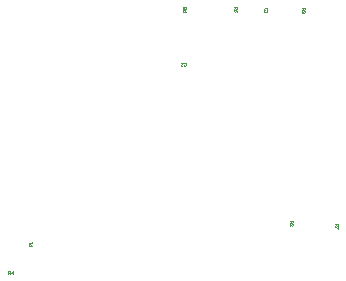
<source format=gbr>
%TF.GenerationSoftware,Altium Limited,Altium Designer,24.10.1 (45)*%
G04 Layer_Color=32768*
%FSLAX45Y45*%
%MOMM*%
%TF.SameCoordinates,B7086401-7AB7-4448-8119-44CCD126B3FB*%
%TF.FilePolarity,Positive*%
%TF.FileFunction,Other,Top_Designator*%
%TF.Part,Single*%
G01*
G75*
%TA.AperFunction,NonConductor*%
%ADD44C,0.03825*%
D44*
X6387795Y7623473D02*
X6362803D01*
Y7635969D01*
X6366969Y7640135D01*
X6375299D01*
X6379465Y7635969D01*
Y7623473D01*
Y7631804D02*
X6387795Y7640135D01*
X6362803Y7665126D02*
Y7648465D01*
X6375299D01*
X6371134Y7656796D01*
Y7660961D01*
X6375299Y7665126D01*
X6383630D01*
X6387795Y7660961D01*
Y7652631D01*
X6383630Y7648465D01*
X6366765Y7171869D02*
X6370930Y7167704D01*
X6379260D01*
X6383426Y7171869D01*
Y7188530D01*
X6379260Y7192696D01*
X6370930D01*
X6366765Y7188530D01*
X6341773Y7192696D02*
X6358434D01*
X6341773Y7176034D01*
Y7171869D01*
X6345938Y7167704D01*
X6354268D01*
X6358434Y7171869D01*
X4881273Y5403504D02*
Y5428496D01*
X4893769D01*
X4897934Y5424331D01*
Y5416000D01*
X4893769Y5411835D01*
X4881273D01*
X4889604D02*
X4897934Y5403504D01*
X4918761D02*
Y5428496D01*
X4906265Y5416000D01*
X4922926D01*
X5079695Y5640639D02*
X5054704D01*
Y5653135D01*
X5058869Y5657300D01*
X5067199D01*
X5071365Y5653135D01*
Y5640639D01*
Y5648969D02*
X5079695Y5657300D01*
Y5665631D02*
Y5673961D01*
Y5669796D01*
X5054704D01*
X5058869Y5665631D01*
X6794604Y7665126D02*
X6819595D01*
Y7652630D01*
X6815430Y7648465D01*
X6807100D01*
X6802934Y7652630D01*
Y7665126D01*
Y7656795D02*
X6794604Y7648465D01*
X6819595Y7623473D02*
X6815430Y7631804D01*
X6807100Y7640134D01*
X6798769D01*
X6794604Y7635969D01*
Y7627638D01*
X6798769Y7623473D01*
X6802934D01*
X6807100Y7627638D01*
Y7640134D01*
X7264504Y5854826D02*
X7289495D01*
Y5842330D01*
X7285330Y5838165D01*
X7277000D01*
X7272834Y5842330D01*
Y5854826D01*
Y5846495D02*
X7264504Y5838165D01*
Y5813173D02*
Y5829834D01*
X7281165Y5813173D01*
X7285330D01*
X7289495Y5817338D01*
Y5825669D01*
X7285330Y5829834D01*
X7646604Y5829426D02*
X7671596D01*
Y5816930D01*
X7667430Y5812765D01*
X7659100D01*
X7654935Y5816930D01*
Y5829426D01*
Y5821096D02*
X7646604Y5812765D01*
X7671596Y5804434D02*
Y5787773D01*
X7667430D01*
X7650769Y5804434D01*
X7646604D01*
X7366104Y7658226D02*
X7391096D01*
Y7645730D01*
X7386930Y7641565D01*
X7378600D01*
X7374435Y7645730D01*
Y7658226D01*
Y7649896D02*
X7366104Y7641565D01*
X7386930Y7633234D02*
X7391096Y7629069D01*
Y7620738D01*
X7386930Y7616573D01*
X7382765D01*
X7378600Y7620738D01*
Y7624904D01*
Y7620738D01*
X7374435Y7616573D01*
X7370269D01*
X7366104Y7620738D01*
Y7629069D01*
X7370269Y7633234D01*
X7069430Y7637400D02*
X7073596Y7641565D01*
Y7649896D01*
X7069430Y7654061D01*
X7052769D01*
X7048604Y7649896D01*
Y7641565D01*
X7052769Y7637400D01*
X7048604Y7629069D02*
Y7620738D01*
Y7624904D01*
X7073596D01*
X7069430Y7629069D01*
%TF.MD5,565cbc7eec159f5907af68e2e668db70*%
M02*

</source>
